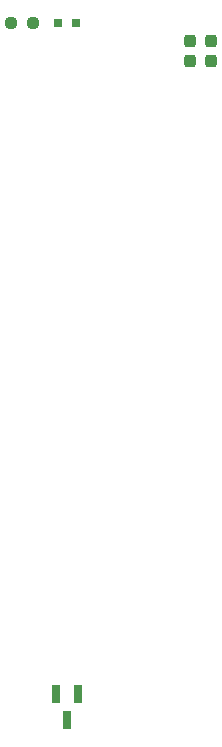
<source format=gbr>
G04 #@! TF.GenerationSoftware,KiCad,Pcbnew,7.0.11+dfsg-1build4*
G04 #@! TF.CreationDate,2024-11-01T16:33:00+09:00*
G04 #@! TF.ProjectId,bionic-ins8070,62696f6e-6963-42d6-996e-73383037302e,5*
G04 #@! TF.SameCoordinates,Original*
G04 #@! TF.FileFunction,Paste,Top*
G04 #@! TF.FilePolarity,Positive*
%FSLAX46Y46*%
G04 Gerber Fmt 4.6, Leading zero omitted, Abs format (unit mm)*
G04 Created by KiCad (PCBNEW 7.0.11+dfsg-1build4) date 2024-11-01 16:33:00*
%MOMM*%
%LPD*%
G01*
G04 APERTURE LIST*
G04 Aperture macros list*
%AMRoundRect*
0 Rectangle with rounded corners*
0 $1 Rounding radius*
0 $2 $3 $4 $5 $6 $7 $8 $9 X,Y pos of 4 corners*
0 Add a 4 corners polygon primitive as box body*
4,1,4,$2,$3,$4,$5,$6,$7,$8,$9,$2,$3,0*
0 Add four circle primitives for the rounded corners*
1,1,$1+$1,$2,$3*
1,1,$1+$1,$4,$5*
1,1,$1+$1,$6,$7*
1,1,$1+$1,$8,$9*
0 Add four rect primitives between the rounded corners*
20,1,$1+$1,$2,$3,$4,$5,0*
20,1,$1+$1,$4,$5,$6,$7,0*
20,1,$1+$1,$6,$7,$8,$9,0*
20,1,$1+$1,$8,$9,$2,$3,0*%
G04 Aperture macros list end*
%ADD10R,0.762000X0.711200*%
%ADD11RoundRect,0.237500X0.237500X-0.300000X0.237500X0.300000X-0.237500X0.300000X-0.237500X-0.300000X0*%
%ADD12RoundRect,0.237500X0.250000X0.237500X-0.250000X0.237500X-0.250000X-0.237500X0.250000X-0.237500X0*%
%ADD13R,0.660400X1.625600*%
G04 APERTURE END LIST*
D10*
X114182600Y-71778000D03*
X115732000Y-71778000D03*
D11*
X127162000Y-75027000D03*
X127162000Y-73302000D03*
X125384000Y-75027000D03*
X125384000Y-73302000D03*
D12*
X112072500Y-71778000D03*
X110247500Y-71778000D03*
D13*
X115920001Y-128624000D03*
X114019999Y-128624000D03*
X114970000Y-130756000D03*
M02*

</source>
